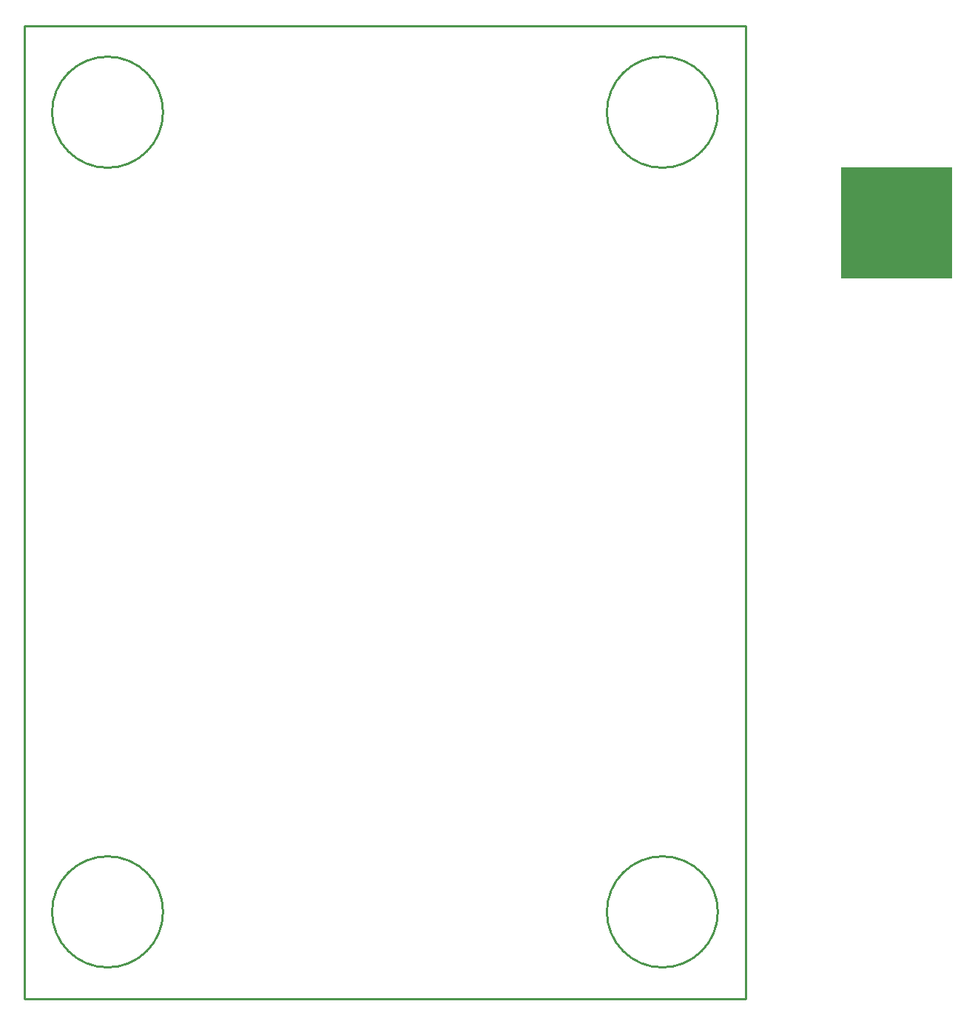
<source format=gbr>
G04 start of page 8 for group -4079 idx -4079 *
G04 Title: (unknown), topsilk *
G04 Creator: pcb 20110918 *
G04 CreationDate: Wed Oct  9 19:39:00 2013 UTC *
G04 For: fosse *
G04 Format: Gerber/RS-274X *
G04 PCB-Dimensions: 600000 500000 *
G04 PCB-Coordinate-Origin: lower left *
%MOIN*%
%FSLAX25Y25*%
%LNTOPSILK*%
%ADD29C,0.0100*%
%ADD28C,0.0001*%
G54D28*G36*
X433000Y381200D02*X483000D01*
Y331200D01*
X433000D01*
Y381200D01*
G37*
G54D29*X65000Y445000D02*X390000D01*
Y7000D01*
X65000D01*
Y445000D01*
X352500Y71000D02*G75*G03X327500Y46000I0J-25000D01*G01*
X352500Y21000D02*G75*G03X377500Y46000I0J25000D01*G01*
X352500Y71000D02*G75*G02X377500Y46000I0J-25000D01*G01*
X352500Y21000D02*G75*G02X327500Y46000I0J25000D01*G01*
X352500Y431000D02*G75*G03X327500Y406000I0J-25000D01*G01*
X352500Y381000D02*G75*G03X377500Y406000I0J25000D01*G01*
X352500Y431000D02*G75*G02X377500Y406000I0J-25000D01*G01*
X352500Y381000D02*G75*G02X327500Y406000I0J25000D01*G01*
X102500Y431000D02*G75*G03X77500Y406000I0J-25000D01*G01*
X102500Y381000D02*G75*G03X127500Y406000I0J25000D01*G01*
X102500Y21000D02*G75*G03X127500Y46000I0J25000D01*G01*
X102500Y71000D02*G75*G02X127500Y46000I0J-25000D01*G01*
X102500Y431000D02*G75*G02X127500Y406000I0J-25000D01*G01*
X102500Y381000D02*G75*G02X77500Y406000I0J25000D01*G01*
X102500Y71000D02*G75*G03X77500Y46000I0J-25000D01*G01*
X102500Y21000D02*G75*G02X77500Y46000I0J25000D01*G01*
M02*

</source>
